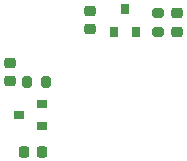
<source format=gbr>
%TF.GenerationSoftware,KiCad,Pcbnew,(6.0.6)*%
%TF.CreationDate,2022-06-25T15:25:50+03:00*%
%TF.ProjectId,EnkooderL,456e6b6f-6f64-4657-924c-2e6b69636164,rev?*%
%TF.SameCoordinates,Original*%
%TF.FileFunction,Paste,Top*%
%TF.FilePolarity,Positive*%
%FSLAX46Y46*%
G04 Gerber Fmt 4.6, Leading zero omitted, Abs format (unit mm)*
G04 Created by KiCad (PCBNEW (6.0.6)) date 2022-06-25 15:25:50*
%MOMM*%
%LPD*%
G01*
G04 APERTURE LIST*
G04 Aperture macros list*
%AMRoundRect*
0 Rectangle with rounded corners*
0 $1 Rounding radius*
0 $2 $3 $4 $5 $6 $7 $8 $9 X,Y pos of 4 corners*
0 Add a 4 corners polygon primitive as box body*
4,1,4,$2,$3,$4,$5,$6,$7,$8,$9,$2,$3,0*
0 Add four circle primitives for the rounded corners*
1,1,$1+$1,$2,$3*
1,1,$1+$1,$4,$5*
1,1,$1+$1,$6,$7*
1,1,$1+$1,$8,$9*
0 Add four rect primitives between the rounded corners*
20,1,$1+$1,$2,$3,$4,$5,0*
20,1,$1+$1,$4,$5,$6,$7,0*
20,1,$1+$1,$6,$7,$8,$9,0*
20,1,$1+$1,$8,$9,$2,$3,0*%
G04 Aperture macros list end*
%ADD10RoundRect,0.225000X0.250000X-0.225000X0.250000X0.225000X-0.250000X0.225000X-0.250000X-0.225000X0*%
%ADD11RoundRect,0.200000X0.275000X-0.200000X0.275000X0.200000X-0.275000X0.200000X-0.275000X-0.200000X0*%
%ADD12R,0.900000X0.800000*%
%ADD13RoundRect,0.200000X0.200000X0.275000X-0.200000X0.275000X-0.200000X-0.275000X0.200000X-0.275000X0*%
%ADD14RoundRect,0.225000X0.225000X0.250000X-0.225000X0.250000X-0.225000X-0.250000X0.225000X-0.250000X0*%
%ADD15R,0.800000X0.900000*%
%ADD16RoundRect,0.225000X-0.250000X0.225000X-0.250000X-0.225000X0.250000X-0.225000X0.250000X0.225000X0*%
G04 APERTURE END LIST*
D10*
X147040000Y-82765000D03*
X147040000Y-81215000D03*
D11*
X152810000Y-83005000D03*
X152810000Y-81355000D03*
D12*
X143000000Y-90950000D03*
X143000000Y-89050000D03*
X141000000Y-90000000D03*
D13*
X143315000Y-87180000D03*
X141665000Y-87180000D03*
D14*
X142985000Y-93100000D03*
X141435000Y-93100000D03*
D15*
X149050000Y-83000000D03*
X150950000Y-83000000D03*
X150000000Y-81000000D03*
D16*
X140260000Y-85565000D03*
X140260000Y-87115000D03*
X154410000Y-81405000D03*
X154410000Y-82955000D03*
M02*

</source>
